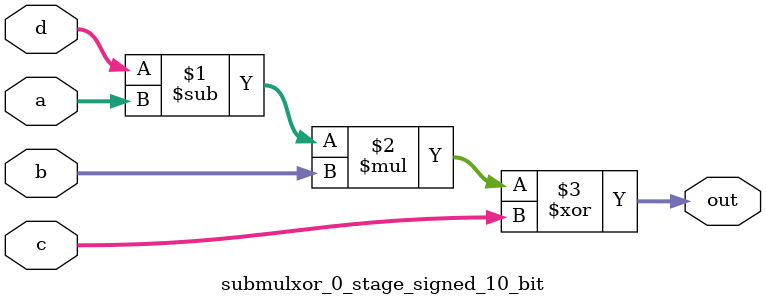
<source format=sv>
(* use_dsp = "yes" *) module submulxor_0_stage_signed_10_bit(
	input signed [9:0] a,
	input signed [9:0] b,
	input signed [9:0] c,
	input signed [9:0] d,
	output [9:0] out
	);

	assign out = ((d - a) * b) ^ c;
endmodule

</source>
